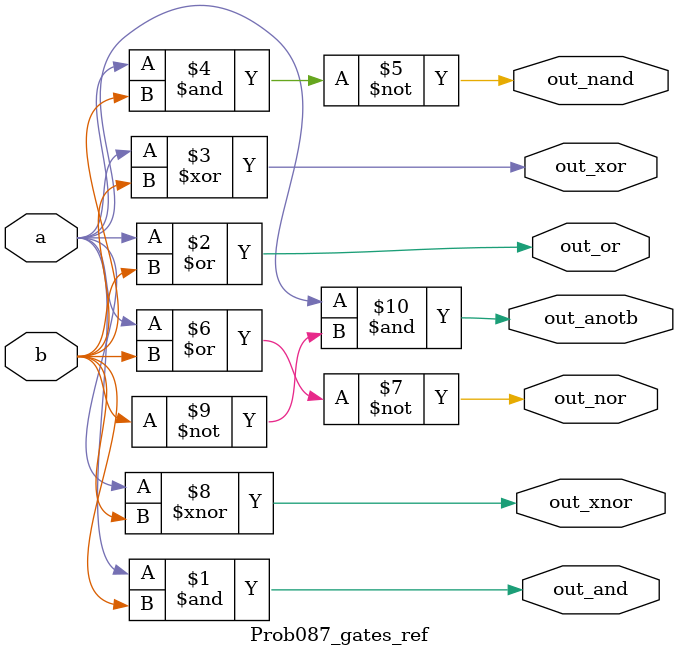
<source format=sv>

module Prob087_gates_ref (
  input a,
  input b,
  output out_and,
  output out_or,
  output out_xor,
  output out_nand,
  output out_nor,
  output out_xnor,
  output out_anotb
);

  assign out_and = a&b;
  assign out_or = a|b;
  assign out_xor = a^b;
  assign out_nand = ~(a&b);
  assign out_nor = ~(a|b);
  assign out_xnor = a^~b;
  assign out_anotb = a & ~b;

endmodule


</source>
